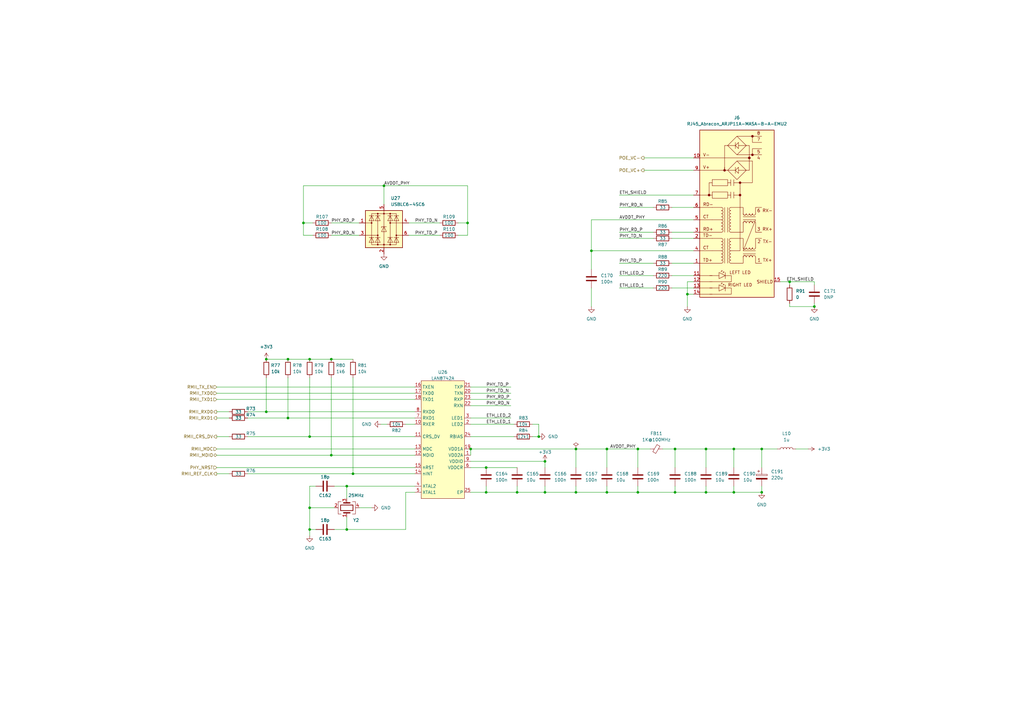
<source format=kicad_sch>
(kicad_sch (version 20230121) (generator eeschema)
  (paper "A3")
  (title_block (title "Kirdy") (date "2022-07-03") (rev "r0.1") (company "M-Labs") (comment 1 "Alex Wong Tat Hang"))
  (lib_symbols
    (symbol "Connector:RJ45_Abracon_ARJP11A-MASA-B-A-EMU2" (pin_names (offset 1.016) hide)
      (property "Reference" "J" (at 0 -38.1 0))
      (property "Value" "RJ45_Abracon_ARJP11A-MASA-B-A-EMU2" (at 0 -35.56 0))
      (symbol "RJ45_Abracon_ARJP11A-MASA-B-A-EMU2_0_0"
        (rectangle (start -15.24 -34.29) (end 15.24 34.29) (stroke (width 0.254)) (fill (type background)))
        (rectangle (start -3.81 8.89) (end -10.16 6.35))
        (polyline (pts (xy -15.24 -33.02) (xy -10.16 -33.02)))
        (polyline (pts (xy -15.24 -30.48) (xy -10.16 -30.48)))
        (polyline (pts (xy -15.24 -27.94) (xy -10.16 -27.94)))
        (polyline (pts (xy -15.24 -25.4) (xy -10.16 -25.4)))
        (polyline (pts (xy -15.24 -20.32) (xy -10.16 -20.32)))
        (polyline (pts (xy -15.24 -15.24) (xy -10.16 -15.24)))
        (polyline (pts (xy -15.24 -10.16) (xy -10.16 -10.16)))
        (polyline (pts (xy -15.24 -7.62) (xy -10.16 -7.62)))
        (polyline (pts (xy -15.24 -2.54) (xy -10.16 -2.54)))
        (polyline (pts (xy -15.24 2.54) (xy -10.16 2.54)))
        (polyline (pts (xy -15.24 22.86) (xy 5.08 22.86)))
        (polyline (pts (xy -11.43 7.62) (xy -15.24 7.62)))
        (polyline (pts (xy -11.176 -25.4) (xy -7.366 -25.4)))
        (polyline (pts (xy -10.16 7.62) (xy -11.43 7.62)))
        (polyline (pts (xy -5.08 17.78) (xy -15.24 17.78)))
        (polyline (pts (xy -5.08 17.78) (xy -3.81 17.78)))
        (polyline (pts (xy -5.08 19.05) (xy -5.08 17.78)))
        (polyline (pts (xy -3.81 7.62) (xy -2.54 7.62)))
        (polyline (pts (xy -3.81 12.7) (xy -2.54 12.7)))
        (polyline (pts (xy -2.54 8.89) (xy -2.54 6.35)))
        (polyline (pts (xy -1.27 8.89) (xy -1.27 6.35)))
        (polyline (pts (xy -1.27 13.97) (xy -1.27 11.43)))
        (polyline (pts (xy 0 21.59) (xy 6.35 21.59)))
        (polyline (pts (xy 0 24.13) (xy 10.16 24.13)))
        (polyline (pts (xy 0 31.75) (xy 10.16 31.75)))
        (polyline (pts (xy 1.27 10.16) (xy 1.27 12.7)))
        (polyline (pts (xy -10.16 12.7) (xy -11.43 12.7) (xy -11.43 7.62)))
        (polyline (pts (xy -3.81 27.94) (xy -5.08 27.94) (xy -5.08 17.78)))
        (polyline (pts (xy -1.27 12.7) (xy 0 12.7) (xy 1.27 12.7)))
        (polyline (pts (xy 1.27 12.7) (xy 6.35 12.7) (xy 6.35 21.59)))
        (polyline (pts (xy 6.35 24.13) (xy 6.35 26.67) (xy 10.16 26.67)))
        (polyline (pts (xy 6.35 31.75) (xy 6.35 29.21) (xy 10.16 29.21)))
        (polyline (pts (xy -4.826 -25.4) (xy -2.286 -25.4) (xy -2.286 -27.94) (xy -11.176 -27.94)))
        (polyline (pts (xy -2.54 -15.24) (xy -1.27 -15.24) (xy 1.27 -15.24) (xy 1.27 10.16)))
        (polyline (pts (xy 3.81 17.78) (xy 5.08 17.78) (xy 5.08 27.94) (xy 3.81 27.94)))
        (polyline (pts (xy -3.81 17.78) (xy 0 13.97) (xy 3.81 17.78) (xy 0 21.59) (xy -3.81 17.78)))
        (circle (center 1.27 7.62) (radius 0.0001) (stroke (width 0.508)))
        (text "1 TX+" (at 11.43 -19.05 0) (effects (font (size 1.27 1.27))))
        (text "2 TX-" (at 11.43 -11.43 0) (effects (font (size 1.27 1.27))))
        (text "3 RX+" (at 11.43 -6.35 0) (effects (font (size 1.27 1.27))))
        (text "4" (at 8.89 22.86 0) (effects (font (size 1.27 1.27))))
        (text "5" (at 8.89 25.4 0) (effects (font (size 1.27 1.27))))
        (text "6 RX-" (at 11.43 1.27 0) (effects (font (size 1.27 1.27))))
        (text "7" (at 8.89 30.48 0) (effects (font (size 1.27 1.27))))
        (text "8" (at 8.89 33.02 0) (effects (font (size 1.27 1.27))))
        (text "CT" (at -13.97 -1.27 0) (effects (font (size 1.27 1.27)) (justify left)))
        (text "LEFT LED" (at 1.27 -24.13 0) (effects (font (size 1.27 1.27))))
        (text "RD-" (at -13.97 3.81 0) (effects (font (size 1.27 1.27)) (justify left)))
        (text "SHIELD" (at 11.43 -27.94 0) (effects (font (size 1.27 1.27))))
        (text "V+" (at -13.97 19.05 0) (effects (font (size 1.27 1.27)) (justify left)))
        (text "V-" (at -13.97 24.13 0) (effects (font (size 1.27 1.27)) (justify left)))
      )
      (symbol "RJ45_Abracon_ARJP11A-MASA-B-A-EMU2_0_1"
        (arc (start -6.35 -16.51) (mid -5.7177 -15.875) (end -6.35 -15.24))
        (arc (start -6.35 -15.24) (mid -5.7177 -14.605) (end -6.35 -13.97))
        (arc (start -6.35 -13.97) (mid -6.35 -13.97) (end -6.35 -13.97))
        (arc (start -6.35 -11.43) (mid -5.7177 -10.795) (end -6.35 -10.16))
        (polyline (pts (xy -6.35 -20.32) (xy -10.16 -20.32)))
        (polyline (pts (xy -6.35 -15.24) (xy -10.16 -15.24)))
        (polyline (pts (xy -6.35 -10.16) (xy -10.16 -10.16)))
        (polyline (pts (xy -6.35 -7.62) (xy -10.16 -7.62)))
        (polyline (pts (xy -6.35 -2.54) (xy -10.16 -2.54)))
        (polyline (pts (xy -6.35 2.54) (xy -10.16 2.54)))
        (polyline (pts (xy -6.096 -28.448) (xy -6.35 -28.448)))
        (polyline (pts (xy -5.334 -28.956) (xy -5.588 -28.956)))
        (polyline (pts (xy -4.826 -24.13) (xy -4.826 -26.67)))
        (polyline (pts (xy -1.27 7.62) (xy 1.27 7.62)))
        (polyline (pts (xy -0.635 17.78) (xy -3.81 17.78)))
        (polyline (pts (xy -0.635 19.05) (xy -0.635 16.51)))
        (polyline (pts (xy 0.635 17.78) (xy 3.81 17.78)))
        (polyline (pts (xy -6.604 -28.956) (xy -6.096 -28.448) (xy -6.096 -28.702)))
        (polyline (pts (xy -5.842 -29.464) (xy -5.334 -28.956) (xy -5.334 -29.21)))
        (polyline (pts (xy -7.366 -24.13) (xy -7.366 -26.67) (xy -4.826 -25.4) (xy -7.366 -24.13)))
        (polyline (pts (xy 0.635 19.05) (xy 0.635 16.51) (xy -0.635 17.78) (xy 0.635 19.05)))
      )
      (symbol "RJ45_Abracon_ARJP11A-MASA-B-A-EMU2_1_1"
        (circle (center -11.43 7.62) (radius 0.0001) (stroke (width 0.508)))
        (arc (start -6.35 -20.32) (mid -5.7177 -19.685) (end -6.35 -19.05))
        (arc (start -6.35 -19.05) (mid -5.7177 -18.415) (end -6.35 -17.78))
        (arc (start -6.35 -17.78) (mid -6.35 -17.78) (end -6.35 -17.78))
        (arc (start -6.35 -17.78) (mid -5.7177 -17.145) (end -6.35 -16.51))
        (arc (start -6.35 -13.97) (mid -5.7177 -13.335) (end -6.35 -12.7))
        (arc (start -6.35 -12.7) (mid -5.7177 -12.065) (end -6.35 -11.43))
        (arc (start -6.35 -7.62) (mid -5.7177 -6.985) (end -6.35 -6.35))
        (arc (start -6.35 -6.35) (mid -5.7177 -5.715) (end -6.35 -5.08))
        (arc (start -6.35 -5.08) (mid -6.35 -5.08) (end -6.35 -5.08))
        (arc (start -6.35 -5.08) (mid -5.7177 -4.445) (end -6.35 -3.81))
        (arc (start -6.35 -3.81) (mid -6.35 -3.81) (end -6.35 -3.81))
        (arc (start -6.35 -3.81) (mid -5.7177 -3.175) (end -6.35 -2.54))
        (arc (start -6.35 -2.54) (mid -5.7177 -1.905) (end -6.35 -1.27))
        (arc (start -6.35 -1.27) (mid -5.7177 -0.635) (end -6.35 0))
        (arc (start -6.35 0) (mid -5.7177 0.635) (end -6.35 1.27))
        (arc (start -6.35 1.27) (mid -6.35 1.27) (end -6.35 1.27))
        (arc (start -6.35 1.27) (mid -5.7177 1.905) (end -6.35 2.54))
        (circle (center -5.08 17.78) (radius 0.0001) (stroke (width 0.508)))
        (rectangle (start -3.81 13.97) (end -10.16 11.43))
        (arc (start -2.54 -19.05) (mid -3.1723 -19.685) (end -2.54 -20.32))
        (arc (start -2.54 -19.05) (mid -2.54 -19.05) (end -2.54 -19.05))
        (arc (start -2.54 -17.78) (mid -3.1723 -18.415) (end -2.54 -19.05))
        (arc (start -2.54 -16.51) (mid -3.1723 -17.145) (end -2.54 -17.78))
        (arc (start -2.54 -15.24) (mid -3.1723 -15.875) (end -2.54 -16.51))
        (arc (start -2.54 -15.24) (mid -2.54 -15.24) (end -2.54 -15.24))
        (arc (start -2.54 -13.97) (mid -3.1723 -14.605) (end -2.54 -15.24))
        (arc (start -2.54 -12.7) (mid -3.1723 -13.335) (end -2.54 -13.97))
        (arc (start -2.54 -11.43) (mid -3.1723 -12.065) (end -2.54 -12.7))
        (arc (start -2.54 -10.16) (mid -3.1723 -10.795) (end -2.54 -11.43))
        (arc (start -2.54 -6.35) (mid -3.1723 -6.985) (end -2.54 -7.62))
        (arc (start -2.54 -6.35) (mid -2.54 -6.35) (end -2.54 -6.35))
        (arc (start -2.54 -5.08) (mid -3.1723 -5.715) (end -2.54 -6.35))
        (arc (start -2.54 -3.81) (mid -3.1723 -4.445) (end -2.54 -5.08))
        (arc (start -2.54 -3.81) (mid -2.54 -3.81) (end -2.54 -3.81))
        (arc (start -2.54 -2.54) (mid -3.1723 -3.175) (end -2.54 -3.81))
        (arc (start -2.54 -1.27) (mid -3.1723 -1.905) (end -2.54 -2.54))
        (arc (start -2.54 0) (mid -3.1723 -0.635) (end -2.54 -1.27))
        (arc (start -2.54 0) (mid -2.54 0) (end -2.54 0))
        (arc (start -2.54 1.27) (mid -3.1723 0.635) (end -2.54 0))
        (arc (start -2.54 2.54) (mid -3.1723 1.905) (end -2.54 1.27))
        (polyline (pts (xy -11.176 -30.48) (xy -7.366 -30.48)))
        (polyline (pts (xy -6.096 -23.368) (xy -6.35 -23.368)))
        (polyline (pts (xy -5.334 -23.876) (xy -5.588 -23.876)))
        (polyline (pts (xy -5.08 -10.16) (xy -5.08 -20.32)))
        (polyline (pts (xy -5.08 2.54) (xy -5.08 -7.62)))
        (polyline (pts (xy -4.826 -29.21) (xy -4.826 -31.75)))
        (polyline (pts (xy -3.81 -20.32) (xy -3.81 -10.16)))
        (polyline (pts (xy -3.81 -7.62) (xy -3.81 2.54)))
        (polyline (pts (xy -2.54 13.97) (xy -2.54 11.43)))
        (polyline (pts (xy -0.635 27.94) (xy -3.81 27.94)))
        (polyline (pts (xy -0.635 29.21) (xy -0.635 26.67)))
        (polyline (pts (xy 0.635 27.94) (xy 3.81 27.94)))
        (polyline (pts (xy 2.54 -16.51) (xy 7.62 -16.51)))
        (polyline (pts (xy 2.54 -15.24) (xy 7.62 -2.54)))
        (polyline (pts (xy 2.54 -2.54) (xy 7.62 -2.54)))
        (polyline (pts (xy 7.62 -15.24) (xy 2.54 -15.24)))
        (polyline (pts (xy 7.62 -1.27) (xy 2.54 -1.27)))
        (polyline (pts (xy -6.604 -23.876) (xy -6.096 -23.368) (xy -6.096 -23.622)))
        (polyline (pts (xy -5.842 -24.384) (xy -5.334 -23.876) (xy -5.334 -24.13)))
        (polyline (pts (xy -2.54 -10.16) (xy 2.54 -10.16) (xy 2.54 -13.97)))
        (polyline (pts (xy -2.54 -7.62) (xy 2.54 -7.62) (xy 2.54 -3.81)))
        (polyline (pts (xy -2.54 2.54) (xy 2.54 2.54) (xy 2.54 0)))
        (polyline (pts (xy 2.54 -17.78) (xy 2.54 -20.32) (xy -2.54 -20.32)))
        (polyline (pts (xy 7.62 -17.78) (xy 7.62 -20.32) (xy 10.16 -20.32)))
        (polyline (pts (xy 7.62 -13.97) (xy 7.62 -10.16) (xy 10.16 -10.16)))
        (polyline (pts (xy 7.62 -3.81) (xy 7.62 -7.62) (xy 10.16 -7.62)))
        (polyline (pts (xy 7.62 0) (xy 7.62 2.54) (xy 10.16 2.54)))
        (polyline (pts (xy -7.366 -29.21) (xy -7.366 -31.75) (xy -4.826 -30.48) (xy -7.366 -29.21)))
        (polyline (pts (xy -4.826 -30.48) (xy -2.286 -30.48) (xy -2.286 -33.02) (xy -11.176 -33.02)))
        (polyline (pts (xy 0.635 29.21) (xy 0.635 26.67) (xy -0.635 27.94) (xy 0.635 29.21)))
        (polyline (pts (xy -3.81 27.94) (xy 0 24.13) (xy 3.81 27.94) (xy 0 31.75) (xy -3.81 27.94)))
        (circle (center 1.27 12.7) (radius 0.0001) (stroke (width 0.508)))
        (arc (start 2.54 -17.78) (mid 2.54 -17.78) (end 2.54 -17.78))
        (arc (start 2.54 -13.97) (mid 3.175 -14.6023) (end 3.81 -13.97))
        (arc (start 2.54 -13.97) (mid 3.175 -14.6023) (end 3.81 -13.97))
        (arc (start 2.54 -3.81) (mid 2.54 -3.81) (end 2.54 -3.81))
        (arc (start 2.54 0) (mid 3.175 -0.6323) (end 3.81 0))
        (arc (start 2.54 0) (mid 3.175 -0.6323) (end 3.81 0))
        (arc (start 3.81 -17.78) (mid 3.175 -17.1477) (end 2.54 -17.78))
        (arc (start 3.81 -17.78) (mid 3.175 -17.1477) (end 2.54 -17.78))
        (arc (start 3.81 -13.97) (mid 3.81 -13.97) (end 3.81 -13.97))
        (arc (start 3.81 -13.97) (mid 4.445 -14.6023) (end 5.08 -13.97))
        (arc (start 3.81 -3.81) (mid 3.175 -3.1777) (end 2.54 -3.81))
        (arc (start 3.81 -3.81) (mid 3.175 -3.1777) (end 2.54 -3.81))
        (arc (start 3.81 0) (mid 3.81 0) (end 3.81 0))
        (arc (start 3.81 0) (mid 4.445 -0.6323) (end 5.08 0))
        (arc (start 5.08 -17.78) (mid 4.445 -17.1477) (end 3.81 -17.78))
        (arc (start 5.08 -17.78) (mid 5.08 -17.78) (end 5.08 -17.78))
        (arc (start 5.08 -13.97) (mid 5.715 -14.6023) (end 6.35 -13.97))
        (arc (start 5.08 -13.97) (mid 5.715 -14.6023) (end 6.35 -13.97))
        (arc (start 5.08 -3.81) (mid 4.445 -3.1777) (end 3.81 -3.81))
        (arc (start 5.08 -3.81) (mid 5.08 -3.81) (end 5.08 -3.81))
        (arc (start 5.08 0) (mid 5.715 -0.6323) (end 6.35 0))
        (arc (start 5.08 0) (mid 5.715 -0.6323) (end 6.35 0))
        (circle (center 5.08 22.86) (radius 0.0001) (stroke (width 0.508)))
        (circle (center 5.08 22.86) (radius 0.0001) (stroke (width 0.508)))
        (arc (start 6.35 -17.78) (mid 5.715 -17.1477) (end 5.08 -17.78))
        (arc (start 6.35 -17.78) (mid 5.715 -17.1477) (end 5.08 -17.78))
        (arc (start 6.35 -13.97) (mid 6.35 -13.97) (end 6.35 -13.97))
        (arc (start 6.35 -13.97) (mid 6.985 -14.6023) (end 7.62 -13.97))
        (arc (start 6.35 -3.81) (mid 5.715 -3.1777) (end 5.08 -3.81))
        (arc (start 6.35 -3.81) (mid 5.715 -3.1777) (end 5.08 -3.81))
        (arc (start 6.35 0) (mid 6.35 0) (end 6.35 0))
        (arc (start 6.35 0) (mid 6.985 -0.6323) (end 7.62 0))
        (circle (center 6.35 24.13) (radius 0.0001) (stroke (width 0.508)))
        (circle (center 6.35 31.75) (radius 0.0001) (stroke (width 0.508)))
        (arc (start 7.62 -17.78) (mid 6.985 -17.1477) (end 6.35 -17.78))
        (arc (start 7.62 -3.81) (mid 6.985 -3.1777) (end 6.35 -3.81))
        (text "CT" (at -13.97 -13.97 0) (effects (font (size 1.27 1.27)) (justify left)))
        (text "RD+" (at -13.97 -6.35 0) (effects (font (size 1.27 1.27)) (justify left)))
        (text "RIGHT LED" (at 1.27 -29.21 0) (effects (font (size 1.27 1.27))))
        (text "TD+" (at -13.97 -19.05 0) (effects (font (size 1.27 1.27)) (justify left)))
        (text "TD-" (at -13.97 -8.89 0) (effects (font (size 1.27 1.27)) (justify left)))
        (pin passive line (at -17.78 -20.32 0) (length 2.54) (name "TD+") (number "1"))
        (pin power_out line (at -17.78 22.86 0) (length 2.54) (name "V-") (number "10"))
        (pin passive line (at -17.78 -25.4 0) (length 2.54) (name "LLED+") (number "11"))
        (pin passive line (at -17.78 -27.94 0) (length 2.54) (name "LLED-") (number "12"))
        (pin passive line (at -17.78 -30.48 0) (length 2.54) (name "RLED+") (number "13"))
        (pin passive line (at -17.78 -33.02 0) (length 2.54) (name "RLED-") (number "14"))
        (pin passive line (at 17.78 -27.94 180) (length 2.54) (name "SHIELD") (number "15"))
        (pin passive line (at -17.78 -10.16 0) (length 2.54) (name "TD-") (number "2"))
        (pin passive line (at -17.78 -7.62 0) (length 2.54) (name "RD+") (number "3"))
        (pin passive line (at -17.78 -15.24 0) (length 2.54) (name "CT") (number "4"))
        (pin passive line (at -17.78 -2.54 0) (length 2.54) (name "CT") (number "5"))
        (pin passive line (at -17.78 2.54 0) (length 2.54) (name "RD-") (number "6"))
        (pin passive line (at -17.78 7.62 0) (length 2.54) (name "7") (number "7"))
        (pin power_out line (at -17.78 17.78 0) (length 2.54) (name "V+") (number "9"))
      )
    )
    (symbol "Device:C" (pin_numbers hide) (pin_names (offset 0.254))
      (property "Reference" "C" (at 0.635 2.54 0))
      (property "Value" "C" (at 0.635 -2.54 0))
      (symbol "C_0_1"
        (polyline (pts (xy -2.032 -0.762) (xy 2.032 -0.762)) (stroke (width 0.508)))
        (polyline (pts (xy -2.032 0.762) (xy 2.032 0.762)) (stroke (width 0.508)))
      )
      (symbol "C_1_1"
        (pin passive line (at 0 3.81 270) (length 2.794) (name "~") (number "1"))
        (pin passive line (at 0 -3.81 90) (length 2.794) (name "~") (number "2"))
      )
    )
    (symbol "Device:C_Polarized" (pin_numbers hide) (pin_names (offset 0.254))
      (property "Reference" "C" (at 0.635 2.54 0))
      (property "Value" "C_Polarized" (at 0.635 -2.54 0))
      (symbol "C_Polarized_0_1"
        (rectangle (start -2.286 0.508) (end 2.286 1.016))
        (polyline (pts (xy -1.778 2.286) (xy -0.762 2.286)))
        (polyline (pts (xy -1.27 2.794) (xy -1.27 1.778)))
        (rectangle (start 2.286 -0.508) (end -2.286 -1.016) (fill (type outline)))
      )
      (symbol "C_Polarized_1_1"
        (pin passive line (at 0 3.81 270) (length 2.794) (name "~") (number "1"))
        (pin passive line (at 0 -3.81 90) (length 2.794) (name "~") (number "2"))
      )
    )
    (symbol "Device:Crystal_GND24" (pin_names (offset 1.016) hide)
      (property "Reference" "Y" (at 3.175 5.08 0))
      (property "Value" "Crystal_GND24" (at 3.175 3.175 0))
      (symbol "Crystal_GND24_0_1"
        (rectangle (start -1.143 2.54) (end 1.143 -2.54) (stroke (width 0.3048)))
        (polyline (pts (xy -2.54 0) (xy -2.032 0)))
        (polyline (pts (xy -2.032 -1.27) (xy -2.032 1.27)) (stroke (width 0.508)))
        (polyline (pts (xy 0 -3.81) (xy 0 -3.556)))
        (polyline (pts (xy 0 3.556) (xy 0 3.81)))
        (polyline (pts (xy 2.032 -1.27) (xy 2.032 1.27)) (stroke (width 0.508)))
        (polyline (pts (xy 2.032 0) (xy 2.54 0)))
        (polyline (pts (xy -2.54 -2.286) (xy -2.54 -3.556) (xy 2.54 -3.556) (xy 2.54 -2.286)))
        (polyline (pts (xy -2.54 2.286) (xy -2.54 3.556) (xy 2.54 3.556) (xy 2.54 2.286)))
      )
      (symbol "Crystal_GND24_1_1"
        (pin passive line (at -3.81 0 0) (length 1.27) (name "1") (number "1"))
        (pin passive line (at 0 5.08 270) (length 1.27) (name "2") (number "2"))
        (pin passive line (at 3.81 0 180) (length 1.27) (name "3") (number "3"))
        (pin passive line (at 0 -5.08 90) (length 1.27) (name "4") (number "4"))
      )
    )
    (symbol "Device:FerriteBead_Small" (pin_numbers hide) (pin_names (offset 0))
      (property "Reference" "FB" (at 1.905 1.27 0))
      (property "Value" "FerriteBead_Small" (at 1.905 -1.27 0))
      (symbol "FerriteBead_Small_0_1"
        (polyline (pts (xy 0 -1.27) (xy 0 -0.7874)))
        (polyline (pts (xy 0 0.889) (xy 0 1.2954)))
        (polyline (pts (xy -1.8288 0.2794) (xy -1.1176 1.4986) (xy 1.8288 -0.2032) (xy 1.1176 -1.4224) (xy -1.8288 0.2794)))
      )
      (symbol "FerriteBead_Small_1_1"
        (pin passive line (at 0 2.54 270) (length 1.27) (name "~") (number "1"))
        (pin passive line (at 0 -2.54 90) (length 1.27) (name "~") (number "2"))
      )
    )
    (symbol "Device:L" (pin_numbers hide) (pin_names (offset 1.016) hide)
      (property "Reference" "L" (at -1.27 0 90))
      (property "Value" "L" (at 1.905 0 90))
      (symbol "L_0_1"
        (arc (start 0 -2.54) (mid 0.6323 -1.905) (end 0 -1.27))
        (arc (start 0 -1.27) (mid 0.6323 -0.635) (end 0 0))
        (arc (start 0 0) (mid 0.6323 0.635) (end 0 1.27))
        (arc (start 0 1.27) (mid 0.6323 1.905) (end 0 2.54))
      )
      (symbol "L_1_1"
        (pin passive line (at 0 3.81 270) (length 1.27) (name "1") (number "1"))
        (pin passive line (at 0 -3.81 90) (length 1.27) (name "2") (number "2"))
      )
    )
    (symbol "Device:R" (pin_numbers hide) (pin_names (offset 0))
      (property "Reference" "R" (at 2.032 0 90))
      (property "Value" "R" (at 0 0 90))
      (symbol "R_0_1"
        (rectangle (start -1.016 -2.54) (end 1.016 2.54) (stroke (width 0.254)))
      )
      (symbol "R_1_1"
        (pin passive line (at 0 3.81 270) (length 1.27) (name "~") (number "1"))
        (pin passive line (at 0 -3.81 90) (length 1.27) (name "~") (number "2"))
      )
    )
    (symbol "Power_Protection:USBLC6-4SC6" (pin_names hide)
      (property "Reference" "U" (at 2.54 8.89 0))
      (property "Value" "USBLC6-4SC6" (at 2.54 -8.89 0))
      (symbol "USBLC6-4SC6_0_1"
        (rectangle (start -7.62 -7.62) (end 7.62 7.62) (stroke (width 0.254)) (fill (type background)))
        (circle (center -5.08 2.54) (radius 0.254) (fill (type outline)))
        (circle (center -2.54 -6.35) (radius 0.254) (fill (type outline)))
        (circle (center -2.54 -2.54) (radius 0.254) (fill (type outline)))
        (circle (center -2.54 6.35) (radius 0.254) (fill (type outline)))
        (rectangle (start -2.54 6.35) (end 2.54 -6.35))
        (circle (center 0 -6.35) (radius 0.254) (fill (type outline)))
        (polyline (pts (xy -5.08 2.54) (xy -7.62 2.54)))
        (polyline (pts (xy -4.064 -3.429) (xy -6.096 -3.429)))
        (polyline (pts (xy -4.064 5.461) (xy -6.096 5.461)))
        (polyline (pts (xy -2.54 -2.54) (xy -7.62 -2.54)))
        (polyline (pts (xy -1.524 -3.429) (xy -3.556 -3.429)))
        (polyline (pts (xy -1.524 5.461) (xy -3.556 5.461)))
        (polyline (pts (xy 0 -7.62) (xy 0 -6.35)))
        (polyline (pts (xy 0 -6.35) (xy 0 1.27)))
        (polyline (pts (xy 0 1.27) (xy 0 6.35)))
        (polyline (pts (xy 0 6.35) (xy 0 7.62)))
        (polyline (pts (xy 1.524 -3.429) (xy 3.556 -3.429)))
        (polyline (pts (xy 1.524 5.461) (xy 3.556 5.461)))
        (polyline (pts (xy 2.54 2.54) (xy 7.62 2.54)))
        (polyline (pts (xy 4.064 -3.429) (xy 6.096 -3.429)))
        (polyline (pts (xy 4.064 5.461) (xy 6.096 5.461)))
        (polyline (pts (xy 5.08 -2.54) (xy 7.62 -2.54)))
        (polyline (pts (xy -6.096 -5.461) (xy -4.064 -5.461) (xy -5.08 -3.429) (xy -6.096 -5.461)))
        (polyline (pts (xy -6.096 3.429) (xy -4.064 3.429) (xy -5.08 5.461) (xy -6.096 3.429)))
        (polyline (pts (xy -3.556 -5.461) (xy -1.524 -5.461) (xy -2.54 -3.429) (xy -3.556 -5.461)))
        (polyline (pts (xy -3.556 3.429) (xy -1.524 3.429) (xy -2.54 5.461) (xy -3.556 3.429)))
        (polyline (pts (xy -2.54 6.35) (xy -5.08 6.35) (xy -5.08 -6.35) (xy -2.54 -6.35)))
        (polyline (pts (xy -1.016 -1.016) (xy 1.016 -1.016) (xy 0 1.016) (xy -1.016 -1.016)))
        (polyline (pts (xy 1.016 1.016) (xy 0.762 1.016) (xy -1.016 1.016) (xy -1.016 0.508)))
        (polyline (pts (xy 2.54 6.35) (xy 5.08 6.35) (xy 5.08 -6.35) (xy 2.54 -6.35)))
        (polyline (pts (xy 3.556 -5.461) (xy 1.524 -5.461) (xy 2.54 -3.429) (xy 3.556 -5.461)))
        (polyline (pts (xy 3.556 3.429) (xy 1.524 3.429) (xy 2.54 5.461) (xy 3.556 3.429)))
        (polyline (pts (xy 6.096 -5.461) (xy 4.064 -5.461) (xy 5.08 -3.429) (xy 6.096 -5.461)))
        (polyline (pts (xy 6.096 3.429) (xy 4.064 3.429) (xy 5.08 5.461) (xy 6.096 3.429)))
        (circle (center 0 6.35) (radius 0.254) (fill (type outline)))
        (circle (center 2.54 -6.35) (radius 0.254) (fill (type outline)))
        (circle (center 2.54 2.54) (radius 0.254) (fill (type outline)))
        (circle (center 2.54 6.35) (radius 0.254) (fill (type outline)))
        (circle (center 5.08 -2.54) (radius 0.254) (fill (type outline)))
      )
      (symbol "USBLC6-4SC6_1_1"
        (pin passive line (at -10.16 2.54 0) (length 2.54) (name "I/O1") (number "1"))
        (pin passive line (at 0 -10.16 90) (length 2.54) (name "GND") (number "2"))
        (pin passive line (at -10.16 -2.54 0) (length 2.54) (name "I/O2") (number "3"))
        (pin passive line (at 10.16 2.54 180) (length 2.54) (name "I/O3") (number "4"))
        (pin passive line (at 0 10.16 270) (length 2.54) (name "VBUS") (number "5"))
        (pin passive line (at 10.16 -2.54 180) (length 2.54) (name "I/O4") (number "6"))
      )
    )
    (symbol "kirdy:LAN8742A"
      (property "Reference" "U" (at 0 -30.48 0))
      (property "Value" "LAN8742A" (at 0 -27.94 0))
      (symbol "LAN8742A_0_0"
        (pin power_in line (at 10.16 -7.62 180) (length 2.54) (name "VDD2A") (number "1"))
        (pin bidirectional line (at -12.7 5.08 0) (length 2.54) (name "RXER") (number "10"))
        (pin output line (at -12.7 0 0) (length 2.54) (name "CRS_DV") (number "11"))
        (pin bidirectional line (at -12.7 -7.62 0) (length 2.54) (name "MDIO") (number "12"))
        (pin input line (at -12.7 -5.08 0) (length 2.54) (name "MDC") (number "13"))
        (pin output line (at -12.7 -15.24 0) (length 2.54) (name "nINT") (number "14"))
        (pin input line (at -12.7 -12.7 0) (length 2.54) (name "nRST") (number "15"))
        (pin input line (at -12.7 20.32 0) (length 2.54) (name "TXEN") (number "16"))
        (pin input line (at -12.7 17.78 0) (length 2.54) (name "TXD0") (number "17"))
        (pin input line (at -12.7 15.24 0) (length 2.54) (name "TXD1") (number "18"))
        (pin power_in line (at 10.16 -5.08 180) (length 2.54) (name "VDD1A") (number "19"))
        (pin output line (at 10.16 5.08 180) (length 2.54) (name "LED2") (number "2"))
        (pin bidirectional line (at 10.16 17.78 180) (length 2.54) (name "TXN") (number "20"))
        (pin bidirectional line (at 10.16 20.32 180) (length 2.54) (name "TXP") (number "21"))
        (pin bidirectional line (at 10.16 12.7 180) (length 2.54) (name "RXN") (number "22"))
        (pin bidirectional line (at 10.16 15.24 180) (length 2.54) (name "RXP") (number "23"))
        (pin passive line (at 10.16 0 180) (length 2.54) (name "RBIAS") (number "24"))
        (pin power_in line (at 10.16 -22.86 180) (length 2.54) (name "EP") (number "25"))
        (pin output line (at 10.16 7.62 180) (length 2.54) (name "LED1") (number "3"))
        (pin input line (at -12.7 -20.32 0) (length 2.54) (name "XTAL2") (number "4"))
        (pin input line (at -12.7 -22.86 0) (length 2.54) (name "XTAL1") (number "5"))
        (pin passive line (at 10.16 -12.7 180) (length 2.54) (name "VDDCR") (number "6"))
        (pin output line (at -12.7 7.62 0) (length 2.54) (name "RXD1") (number "7"))
        (pin output line (at -12.7 10.16 0) (length 2.54) (name "RXD0") (number "8"))
        (pin power_in line (at 10.16 -10.16 180) (length 2.54) (name "VDDIO") (number "9"))
      )
      (symbol "LAN8742A_0_1"
        (rectangle (start -10.16 22.86) (end 7.62 -25.4) (fill (type background)))
      )
    )
    (symbol "power:+3V3" (power) (pin_names (offset 0))
      (property "Value" "+3V3" (at 0 3.556 0))
      (symbol "+3V3_0_1"
        (polyline (pts (xy -0.762 1.27) (xy 0 2.54)))
        (polyline (pts (xy 0 0) (xy 0 2.54)))
        (polyline (pts (xy 0 2.54) (xy 0.762 1.27)))
      )
      (symbol "+3V3_1_1"
        (pin power_in line (at 0 0 90) (length 0) hide (name "+3V3") (number "1"))
      )
    )
    (symbol "power:GND" (power) (pin_names (offset 0))
      (property "Value" "GND" (at 0 -3.81 0))
      (symbol "GND_0_1"
        (polyline (pts (xy 0 0) (xy 0 -1.27) (xy 1.27 -1.27) (xy 0 -2.54) (xy -1.27 -1.27) (xy 0 -1.27)))
      )
      (symbol "GND_1_1"
        (pin power_in line (at 0 0 270) (length 0) hide (name "GND") (number "1"))
      )
    )
    (symbol "power:PWR_FLAG" (power) (pin_numbers hide) (pin_names (offset 0) hide)
      (property "Value" "PWR_FLAG" (at 0 3.81 0))
      (symbol "PWR_FLAG_0_0"
        (pin power_out line (at 0 0 90) (length 0) (name "pwr") (number "1"))
      )
      (symbol "PWR_FLAG_0_1"
        (polyline (pts (xy 0 0) (xy 0 1.27) (xy -1.016 1.905) (xy 0 2.54) (xy 1.016 1.905) (xy 0 1.27)))
      )
    )
  )
  (junction (at 312.42 184.15))
  (junction (at 223.52 201.93))
  (junction (at 127 217.17))
  (junction (at 334.01 125.73))
  (junction (at 157.48 76.2))
  (junction (at 109.22 168.91))
  (junction (at 281.94 120.65))
  (junction (at 300.99 201.93))
  (junction (at 135.89 147.32))
  (junction (at 191.77 91.44))
  (junction (at 300.99 184.15))
  (junction (at 236.22 184.15))
  (junction (at 135.89 186.69))
  (junction (at 212.09 201.93))
  (junction (at 248.92 184.15))
  (junction (at 127 147.32))
  (junction (at 109.22 147.32))
  (junction (at 289.56 184.15))
  (junction (at 118.11 171.45))
  (junction (at 144.78 194.31))
  (junction (at 242.57 102.87))
  (junction (at 323.85 115.57))
  (junction (at 312.42 201.93))
  (junction (at 220.98 179.07))
  (junction (at 236.22 201.93))
  (junction (at 276.86 201.93))
  (junction (at 199.39 201.93))
  (junction (at 127 208.28))
  (junction (at 261.62 201.93))
  (junction (at 142.24 217.17))
  (junction (at 199.39 191.77))
  (junction (at 276.86 184.15))
  (junction (at 127 179.07))
  (junction (at 261.62 184.15))
  (junction (at 248.92 201.93))
  (junction (at 223.52 189.23))
  (junction (at 124.46 91.44))
  (junction (at 118.11 147.32))
  (junction (at 142.24 199.39))
  (junction (at 193.04 184.15))
  (junction (at 289.56 201.93))
  (wire (pts (xy 127 147.32) (xy 135.89 147.32)))
  (wire (pts (xy 289.56 184.15) (xy 300.99 184.15)))
  (wire (pts (xy 276.86 184.15) (xy 289.56 184.15)))
  (wire (pts (xy 88.9 186.69) (xy 135.89 186.69)))
  (wire (pts (xy 212.09 199.39) (xy 212.09 201.93)))
  (wire (pts (xy 254 95.25) (xy 267.97 95.25)))
  (wire (pts (xy 275.59 95.25) (xy 284.48 95.25)))
  (wire (pts (xy 323.85 115.57) (xy 323.85 116.84)))
  (wire (pts (xy 191.77 91.44) (xy 187.96 91.44)))
  (wire (pts (xy 124.46 76.2) (xy 157.48 76.2)))
  (wire (pts (xy 236.22 199.39) (xy 236.22 201.93)))
  (wire (pts (xy 193.04 179.07) (xy 210.82 179.07)))
  (wire (pts (xy 220.98 173.99) (xy 220.98 179.07)))
  (wire (pts (xy 191.77 91.44) (xy 191.77 76.2)))
  (wire (pts (xy 193.04 166.37) (xy 209.55 166.37)))
  (wire (pts (xy 88.9 168.91) (xy 93.98 168.91)))
  (wire (pts (xy 191.77 96.52) (xy 187.96 96.52)))
  (wire (pts (xy 236.22 201.93) (xy 248.92 201.93)))
  (wire (pts (xy 320.04 115.57) (xy 323.85 115.57)))
  (wire (pts (xy 109.22 154.94) (xy 109.22 168.91)))
  (wire (pts (xy 88.9 171.45) (xy 93.98 171.45)))
  (wire (pts (xy 135.89 96.52) (xy 147.32 96.52)))
  (wire (pts (xy 242.57 102.87) (xy 284.48 102.87)))
  (wire (pts (xy 127 154.94) (xy 127 179.07)))
  (wire (pts (xy 300.99 199.39) (xy 300.99 201.93)))
  (wire (pts (xy 281.94 115.57) (xy 281.94 120.65)))
  (wire (pts (xy 326.39 184.15) (xy 331.47 184.15)))
  (wire (pts (xy 289.56 201.93) (xy 276.86 201.93)))
  (wire (pts (xy 254 118.11) (xy 267.97 118.11)))
  (wire (pts (xy 127 208.28) (xy 137.16 208.28)))
  (wire (pts (xy 166.37 201.93) (xy 170.18 201.93)))
  (wire (pts (xy 242.57 125.73) (xy 242.57 118.11)))
  (wire (pts (xy 137.16 217.17) (xy 142.24 217.17)))
  (wire (pts (xy 312.42 199.39) (xy 312.42 201.93)))
  (wire (pts (xy 127 208.28) (xy 127 199.39)))
  (wire (pts (xy 323.85 125.73) (xy 334.01 125.73)))
  (wire (pts (xy 312.42 184.15) (xy 312.42 191.77)))
  (wire (pts (xy 135.89 91.44) (xy 147.32 91.44)))
  (wire (pts (xy 199.39 191.77) (xy 212.09 191.77)))
  (wire (pts (xy 142.24 199.39) (xy 170.18 199.39)))
  (wire (pts (xy 275.59 113.03) (xy 284.48 113.03)))
  (wire (pts (xy 144.78 194.31) (xy 170.18 194.31)))
  (wire (pts (xy 193.04 184.15) (xy 193.04 186.69)))
  (wire (pts (xy 147.32 208.28) (xy 152.4 208.28)))
  (wire (pts (xy 261.62 184.15) (xy 261.62 191.77)))
  (wire (pts (xy 264.16 69.85) (xy 284.48 69.85)))
  (wire (pts (xy 199.39 201.93) (xy 212.09 201.93)))
  (wire (pts (xy 289.56 199.39) (xy 289.56 201.93)))
  (wire (pts (xy 223.52 201.93) (xy 236.22 201.93)))
  (wire (pts (xy 118.11 171.45) (xy 170.18 171.45)))
  (wire (pts (xy 248.92 199.39) (xy 248.92 201.93)))
  (wire (pts (xy 88.9 194.31) (xy 93.98 194.31)))
  (wire (pts (xy 101.6 179.07) (xy 127 179.07)))
  (wire (pts (xy 218.44 179.07) (xy 220.98 179.07)))
  (wire (pts (xy 127 219.71) (xy 127 217.17)))
  (wire (pts (xy 261.62 201.93) (xy 261.62 199.39)))
  (wire (pts (xy 254 113.03) (xy 267.97 113.03)))
  (wire (pts (xy 193.04 158.75) (xy 209.55 158.75)))
  (wire (pts (xy 261.62 184.15) (xy 266.7 184.15)))
  (wire (pts (xy 88.9 184.15) (xy 170.18 184.15)))
  (wire (pts (xy 223.52 199.39) (xy 223.52 201.93)))
  (wire (pts (xy 248.92 184.15) (xy 261.62 184.15)))
  (wire (pts (xy 193.04 184.15) (xy 236.22 184.15)))
  (wire (pts (xy 242.57 102.87) (xy 242.57 110.49)))
  (wire (pts (xy 144.78 154.94) (xy 144.78 194.31)))
  (wire (pts (xy 88.9 179.07) (xy 93.98 179.07)))
  (wire (pts (xy 193.04 191.77) (xy 199.39 191.77)))
  (wire (pts (xy 88.9 191.77) (xy 170.18 191.77)))
  (wire (pts (xy 157.48 76.2) (xy 191.77 76.2)))
  (wire (pts (xy 276.86 184.15) (xy 276.86 191.77)))
  (wire (pts (xy 284.48 90.17) (xy 242.57 90.17)))
  (wire (pts (xy 88.9 158.75) (xy 170.18 158.75)))
  (wire (pts (xy 193.04 201.93) (xy 199.39 201.93)))
  (wire (pts (xy 166.37 173.99) (xy 170.18 173.99)))
  (wire (pts (xy 193.04 173.99) (xy 210.82 173.99)))
  (wire (pts (xy 127 217.17) (xy 129.54 217.17)))
  (wire (pts (xy 218.44 173.99) (xy 220.98 173.99)))
  (wire (pts (xy 289.56 184.15) (xy 289.56 191.77)))
  (wire (pts (xy 167.64 91.44) (xy 180.34 91.44)))
  (wire (pts (xy 275.59 85.09) (xy 284.48 85.09)))
  (wire (pts (xy 312.42 201.93) (xy 300.99 201.93)))
  (wire (pts (xy 118.11 147.32) (xy 127 147.32)))
  (wire (pts (xy 167.64 96.52) (xy 180.34 96.52)))
  (wire (pts (xy 127 199.39) (xy 129.54 199.39)))
  (wire (pts (xy 254 80.01) (xy 284.48 80.01)))
  (wire (pts (xy 281.94 125.73) (xy 281.94 120.65)))
  (wire (pts (xy 124.46 91.44) (xy 124.46 96.52)))
  (wire (pts (xy 109.22 168.91) (xy 170.18 168.91)))
  (wire (pts (xy 142.24 217.17) (xy 166.37 217.17)))
  (wire (pts (xy 191.77 91.44) (xy 191.77 96.52)))
  (wire (pts (xy 118.11 154.94) (xy 118.11 171.45)))
  (wire (pts (xy 300.99 201.93) (xy 289.56 201.93)))
  (wire (pts (xy 124.46 91.44) (xy 124.46 76.2)))
  (wire (pts (xy 254 85.09) (xy 267.97 85.09)))
  (wire (pts (xy 276.86 199.39) (xy 276.86 201.93)))
  (wire (pts (xy 127 217.17) (xy 127 208.28)))
  (wire (pts (xy 275.59 118.11) (xy 284.48 118.11)))
  (wire (pts (xy 334.01 115.57) (xy 334.01 116.84)))
  (wire (pts (xy 193.04 189.23) (xy 223.52 189.23)))
  (wire (pts (xy 334.01 124.46) (xy 334.01 125.73)))
  (wire (pts (xy 135.89 186.69) (xy 170.18 186.69)))
  (wire (pts (xy 124.46 91.44) (xy 128.27 91.44)))
  (wire (pts (xy 142.24 204.47) (xy 142.24 199.39)))
  (wire (pts (xy 127 179.07) (xy 170.18 179.07)))
  (wire (pts (xy 300.99 184.15) (xy 300.99 191.77)))
  (wire (pts (xy 236.22 184.15) (xy 236.22 191.77)))
  (wire (pts (xy 88.9 163.83) (xy 170.18 163.83)))
  (wire (pts (xy 124.46 96.52) (xy 128.27 96.52)))
  (wire (pts (xy 276.86 201.93) (xy 261.62 201.93)))
  (wire (pts (xy 248.92 184.15) (xy 248.92 191.77)))
  (wire (pts (xy 135.89 147.32) (xy 144.78 147.32)))
  (wire (pts (xy 142.24 212.09) (xy 142.24 217.17)))
  (wire (pts (xy 275.59 97.79) (xy 284.48 97.79)))
  (wire (pts (xy 300.99 184.15) (xy 312.42 184.15)))
  (wire (pts (xy 166.37 217.17) (xy 166.37 201.93)))
  (wire (pts (xy 193.04 171.45) (xy 209.55 171.45)))
  (wire (pts (xy 271.78 184.15) (xy 276.86 184.15)))
  (wire (pts (xy 312.42 184.15) (xy 318.77 184.15)))
  (wire (pts (xy 101.6 168.91) (xy 109.22 168.91)))
  (wire (pts (xy 254 97.79) (xy 267.97 97.79)))
  (wire (pts (xy 101.6 171.45) (xy 118.11 171.45)))
  (wire (pts (xy 212.09 201.93) (xy 223.52 201.93)))
  (wire (pts (xy 193.04 161.29) (xy 209.55 161.29)))
  (wire (pts (xy 236.22 184.15) (xy 248.92 184.15)))
  (wire (pts (xy 281.94 120.65) (xy 284.48 120.65)))
  (wire (pts (xy 193.04 163.83) (xy 209.55 163.83)))
  (wire (pts (xy 275.59 107.95) (xy 284.48 107.95)))
  (wire (pts (xy 101.6 194.31) (xy 144.78 194.31)))
  (wire (pts (xy 137.16 199.39) (xy 142.24 199.39)))
  (wire (pts (xy 264.16 64.77) (xy 284.48 64.77)))
  (wire (pts (xy 157.48 76.2) (xy 157.48 83.82)))
  (wire (pts (xy 242.57 90.17) (xy 242.57 102.87)))
  (wire (pts (xy 248.92 201.93) (xy 261.62 201.93)))
  (wire (pts (xy 284.48 115.57) (xy 281.94 115.57)))
  (wire (pts (xy 323.85 115.57) (xy 334.01 115.57)))
  (wire (pts (xy 323.85 124.46) (xy 323.85 125.73)))
  (wire (pts (xy 109.22 147.32) (xy 118.11 147.32)))
  (wire (pts (xy 254 107.95) (xy 267.97 107.95)))
  (wire (pts (xy 135.89 154.94) (xy 135.89 186.69)))
  (wire (pts (xy 223.52 189.23) (xy 223.52 191.77)))
  (wire (pts (xy 199.39 199.39) (xy 199.39 201.93)))
  (wire (pts (xy 156.21 173.99) (xy 158.75 173.99)))
  (wire (pts (xy 88.9 161.29) (xy 170.18 161.29)))
  (label "PHY_TD_P" (at 199.39 158.75 0))
  (label "PHY_TD_P" (at 254 107.95 0))
  (label "PHY_RD_N" (at 254 85.09 0))
  (label "AVDDT_PHY" (at 157.48 76.2 0))
  (label "PHY_RD_P" (at 254 95.25 0))
  (label "ETH_SHIELD" (at 254 80.01 0))
  (label "ETH_LED_1" (at 254 118.11 0))
  (label "PHY_TD_N" (at 199.39 161.29 0))
  (label "PHY_RD_P" (at 199.39 163.83 0))
  (label "PHY_TD_N" (at 170.18 91.44 0))
  (label "PHY_TD_N" (at 254 97.79 0))
  (label "PHY_RD_N" (at 199.39 166.37 0))
  (label "ETH_LED_2" (at 199.39 171.45 0))
  (label "PHY_RD_P" (at 135.89 91.44 0))
  (label "AVDDT_PHY" (at 254 90.17 0))
  (label "AVDDT_PHY" (at 250.19 184.15 0))
  (label "ETH_LED_2" (at 254 113.03 0))
  (label "PHY_RD_N" (at 135.89 96.52 0))
  (label "ETH_LED_1" (at 199.39 173.99 0))
  (label "PHY_TD_P" (at 170.18 96.52 0))
  (label "ETH_SHIELD" (at 322.58 115.57 0))
  (hierarchical_label "RMII_MDC" (shape input) (at 88.9 184.15 180))
  (hierarchical_label "RMII_TXD1" (shape input) (at 88.9 163.83 180))
  (hierarchical_label "RMII_RXD1" (shape output) (at 88.9 171.45 180))
  (hierarchical_label "RMII_RXD0" (shape output) (at 88.9 168.91 180))
  (hierarchical_label "RMII_CRS_DV" (shape output) (at 88.9 179.07 180))
  (hierarchical_label "RMII_MDIO" (shape bidirectional) (at 88.9 186.69 180))
  (hierarchical_label "RMII_REF_CLK" (shape output) (at 88.9 194.31 180))
  (hierarchical_label "POE_VC-" (shape output) (at 264.16 64.77 180))
  (hierarchical_label "RMII_TX_EN" (shape input) (at 88.9 158.75 180))
  (hierarchical_label "PHY_NRST" (shape input) (at 88.9 191.77 180))
  (hierarchical_label "POE_VC+" (shape output) (at 264.16 69.85 180))
  (hierarchical_label "RMII_TXD0" (shape input) (at 88.9 161.29 180))
  (symbol (lib_id "Device:C") (at 199.39 195.58 0) (unit 1)
    (property "Reference" "C164" (at 203.2 194.3099 0) (effects (justify left)))
    (property "Value" "100n" (at 203.2 196.8499 0) (effects (justify left)))
    (property "Footprint" "Capacitor_SMD:C_0603_1608Metric" (effects hide))
    (property "MFR_PN" "CL10B104KB8NNWC" (effects hide))
    (property "MFR_PN_ALT" "CL10B104KB8NNNL" (effects hide))
  )
  (symbol (lib_id "Device:C") (at 212.09 195.58 0) (unit 1)
    (property "Reference" "C165" (at 215.9 194.3099 0) (effects (justify left)))
    (property "Value" "10u" (at 215.9 196.8499 0) (effects (justify left)))
    (property "Footprint" "Capacitor_SMD:C_0805_2012Metric" (effects hide))
    (property "MFR_PN" "CL21B106KOQNNNG" (effects hide))
    (property "MFR_PN_ALT" "CL21B106KOQNNNE" (effects hide))
  )
  (symbol (lib_id "Device:C") (at 236.22 195.58 0) (unit 1)
    (property "Reference" "C167" (at 240.03 194.3099 0) (effects (justify left)))
    (property "Value" "100n" (at 240.03 196.8499 0) (effects (justify left)))
    (property "Footprint" "Capacitor_SMD:C_0603_1608Metric" (effects hide))
    (property "MFR_PN" "CL10B104KB8NNWC" (effects hide))
    (property "MFR_PN_ALT" "CL10B104KB8NNNL" (effects hide))
  )
  (symbol (lib_id "power:GND") (at 127 219.71 0) (unit 1)
    (property "Reference" "#PWR0142" (effects hide))
    (property "Value" "GND" (at 127 224.79 0))
  )
  (symbol (lib_id "Device:R") (at 144.78 151.13 180) (unit 1)
    (property "Reference" "R81" (at 148.59 149.86 0))
    (property "Value" "10k" (at 148.59 152.4 0))
    (property "Footprint" "Resistor_SMD:R_0603_1608Metric" (effects hide))
    (property "MFR_PN" "RNCP0603FTD10K0" (effects hide))
    (property "MFR_PN_ALT" "RMCF0603FT10K0" (effects hide))
  )
  (symbol (lib_id "Device:R") (at 214.63 179.07 90) (unit 1)
    (property "Reference" "R84" (at 214.63 176.53 90))
    (property "Value" "12k1" (at 214.63 179.07 90))
    (property "Footprint" "Resistor_SMD:R_0603_1608Metric" (effects hide))
    (property "MFR_PN" "RNCP0603FTD12K1" (effects hide))
    (property "MFR_PN_ALT" "CR0603-FX-1212ELF" (effects hide))
  )
  (symbol (lib_id "Device:R") (at 271.78 118.11 90) (unit 1)
    (property "Reference" "R90" (at 271.78 115.57 90))
    (property "Value" "220" (at 271.78 118.11 90))
    (property "Footprint" "Resistor_SMD:R_0603_1608Metric" (effects hide))
    (property "MFR_PN" "WR06X2200FTL" (effects hide))
    (property "MFR_PN_ALT" "CRGCQ0603F220R" (effects hide))
  )
  (symbol (lib_id "Device:L") (at 322.58 184.15 90) (unit 1)
    (property "Reference" "L10" (at 322.58 177.8 90))
    (property "Value" "1u" (at 322.58 180.34 90))
    (property "Footprint" "Inductor_SMD:L_1008_2520Metric" (effects hide))
    (property "MFR_PN" "DFE252012F-1R0M=P2" (effects hide))
    (property "MFR_PN_ALT" "DFE252012P-1R0M=P2" (effects hide))
  )
  (symbol (lib_id "Device:R") (at 109.22 151.13 180) (unit 1)
    (property "Reference" "R77" (at 113.03 149.86 0))
    (property "Value" "10k" (at 113.03 152.4 0))
    (property "Footprint" "Resistor_SMD:R_0603_1608Metric" (effects hide))
    (property "MFR_PN" "RNCP0603FTD10K0" (effects hide))
    (property "MFR_PN_ALT" "RMCF0603FT10K0" (effects hide))
  )
  (symbol (lib_id "Device:R") (at 162.56 173.99 90) (unit 1)
    (property "Reference" "R82" (at 162.56 176.53 90))
    (property "Value" "10k" (at 162.56 173.99 90))
    (property "Footprint" "Resistor_SMD:R_0603_1608Metric" (effects hide))
    (property "MFR_PN" "RNCP0603FTD10K0" (effects hide))
    (property "MFR_PN_ALT" "RMCF0603FT10K0" (effects hide))
  )
  (symbol (lib_id "Device:R") (at 97.79 194.31 90) (unit 1)
    (property "Reference" "R76" (at 102.87 193.04 90))
    (property "Value" "33" (at 97.79 194.31 90))
    (property "Footprint" "Resistor_SMD:R_0603_1608Metric" (effects hide))
    (property "MFR_PN" "RC0603FR-0733RL" (effects hide))
    (property "MFR_PN_ALT" "CRGCQ0603F33R" (effects hide))
  )
  (symbol (lib_id "power:GND") (at 242.57 125.73 0) (unit 1)
    (property "Reference" "#PWR0149" (effects hide))
    (property "Value" "GND" (at 242.57 130.81 0))
  )
  (symbol (lib_id "power:+3V3") (at 109.22 147.32 0) (unit 1)
    (property "Reference" "#PWR0141" (effects hide))
    (property "Value" "+3V3" (at 109.22 142.24 0))
  )
  (symbol (lib_id "power:GND") (at 281.94 125.73 0) (unit 1)
    (property "Reference" "#PWR0150" (effects hide))
    (property "Value" "GND" (at 281.94 130.81 0))
  )
  (symbol (lib_id "Device:R") (at 132.08 91.44 90) (unit 1)
    (property "Reference" "R107" (at 132.08 88.9 90))
    (property "Value" "100" (at 132.08 91.44 90))
    (property "Footprint" "Resistor_SMD:R_0603_1608Metric" (effects hide))
    (property "MFR_PN" "RT0603FRE07300RL" (effects hide))
    (property "MFR_PN_ALT" "RC0603FR-10300RL" (effects hide))
  )
  (symbol (lib_id "Device:C") (at 334.01 120.65 0) (unit 1)
    (property "Reference" "C171" (at 337.82 119.3799 0) (effects (justify left)))
    (property "Value" "DNP" (at 337.82 121.9199 0) (effects (justify left)))
    (property "Footprint" "Capacitor_SMD:C_1206_3216Metric" (effects hide))
    (property "MFR_PN" "12067C472KAT2A" (effects hide))
    (property "MFR_PN_ALT" "1206B472K501NT" (effects hide))
  )
  (symbol (lib_id "power:GND") (at 156.21 173.99 270) (unit 1)
    (property "Reference" "#PWR0144" (effects hide))
    (property "Value" "GND" (at 152.4 173.9899 90) (effects (justify right)))
  )
  (symbol (lib_id "Device:R") (at 271.78 113.03 90) (unit 1)
    (property "Reference" "R89" (at 271.78 110.49 90))
    (property "Value" "220" (at 271.78 113.03 90))
    (property "Footprint" "Resistor_SMD:R_0603_1608Metric" (effects hide))
    (property "MFR_PN" "WR06X2200FTL" (effects hide))
    (property "MFR_PN_ALT" "CRGCQ0603F220R" (effects hide))
  )
  (symbol (lib_id "power:+3V3") (at 223.52 189.23 0) (unit 1)
    (property "Reference" "#PWR0161" (effects hide))
    (property "Value" "+3V3" (at 223.52 185.42 0))
  )
  (symbol (lib_id "Device:R") (at 271.78 85.09 90) (unit 1)
    (property "Reference" "R85" (at 271.78 82.55 90))
    (property "Value" "33" (at 271.78 85.09 90))
    (property "Footprint" "Resistor_SMD:R_0603_1608Metric" (effects hide))
    (property "MFR_PN" "RC0603FR-0733RL" (effects hide))
    (property "MFR_PN_ALT" "CRGCQ0603F33R" (effects hide))
  )
  (symbol (lib_id "Device:R") (at 271.78 97.79 90) (unit 1)
    (property "Reference" "R87" (at 271.78 100.33 90))
    (property "Value" "33" (at 271.78 97.79 90))
    (property "Footprint" "Resistor_SMD:R_0603_1608Metric" (effects hide))
    (property "MFR_PN" "RC0603FR-0733RL" (effects hide))
    (property "MFR_PN_ALT" "CRGCQ0603F33R" (effects hide))
  )
  (symbol (lib_id "power:+3V3") (at 331.47 184.15 270) (unit 1)
    (property "Reference" "#PWR0148" (effects hide))
    (property "Value" "+3V3" (at 335.28 184.1499 90) (effects (justify left)))
  )
  (symbol (lib_id "Device:R") (at 184.15 96.52 90) (unit 1)
    (property "Reference" "R110" (at 184.15 93.98 90))
    (property "Value" "100" (at 184.15 96.52 90))
    (property "Footprint" "Resistor_SMD:R_0603_1608Metric" (effects hide))
    (property "MFR_PN" "RT0603FRE07300RL" (effects hide))
    (property "MFR_PN_ALT" "RC0603FR-10300RL" (effects hide))
  )
  (symbol (lib_id "Device:R") (at 271.78 95.25 90) (unit 1)
    (property "Reference" "R86" (at 271.78 92.71 90))
    (property "Value" "33" (at 271.78 95.25 90))
    (property "Footprint" "Resistor_SMD:R_0603_1608Metric" (effects hide))
    (property "MFR_PN" "RC0603FR-0733RL" (effects hide))
    (property "MFR_PN_ALT" "CRGCQ0603F33R" (effects hide))
  )
  (symbol (lib_id "kirdy:LAN8742A") (at 182.88 179.07 0) (unit 1)
    (property "Reference" "U26" (at 181.61 152.6372 0))
    (property "Value" "LAN8742A" (at 181.61 155.1741 0))
    (property "Footprint" "Package_DFN_QFN:QFN-24-1EP_4x4mm_P0.5mm_EP2.6x2.6mm" (effects hide))
    (property "Datasheet" "https://ww1.microchip.com/downloads/en/DeviceDoc/8742a.pdf" (effects hide))
    (property "MFR_PN" "LAN8742A-CZ" (effects hide))
    (property "MFR_PN_ALT" "LAN8742AI-CZ" (effects hide))
  )
  (symbol (lib_id "Device:R") (at 323.85 120.65 0) (unit 1)
    (property "Reference" "R91" (at 326.39 119.3799 0) (effects (justify left)))
    (property "Value" "0" (at 326.39 121.9199 0) (effects (justify left)))
    (property "Footprint" "Resistor_SMD:R_0603_1608Metric" (effects hide))
    (property "MFR_PN" "RMCF0603ZT0R00" (effects hide))
    (property "MFR_PN_ALT" "CR0603-J/-000ELF" (effects hide))
  )
  (symbol (lib_id "Device:R") (at 97.79 171.45 90) (unit 1)
    (property "Reference" "R74" (at 102.87 170.18 90))
    (property "Value" "33" (at 97.79 171.45 90))
    (property "Footprint" "Resistor_SMD:R_0603_1608Metric" (effects hide))
    (property "MFR_PN" "RC0603FR-0733RL" (effects hide))
    (property "MFR_PN_ALT" "CRGCQ0603F33R" (effects hide))
  )
  (symbol (lib_id "power:PWR_FLAG") (at 236.22 184.15 0) (unit 1)
    (property "Reference" "#FLG0117" (effects hide))
    (property "Value" "PWR_FLAG" (effects hide))
  )
  (symbol (lib_id "Device:R") (at 97.79 168.91 90) (unit 1)
    (property "Reference" "R73" (at 102.87 167.64 90))
    (property "Value" "33" (at 97.79 168.91 90))
    (property "Footprint" "Resistor_SMD:R_0603_1608Metric" (effects hide))
    (property "MFR_PN" "RC0603FR-0733RL" (effects hide))
    (property "MFR_PN_ALT" "CRGCQ0603F33R" (effects hide))
  )
  (symbol (lib_id "power:GND") (at 220.98 179.07 90) (unit 1)
    (property "Reference" "#PWR0145" (effects hide))
    (property "Value" "GND" (at 224.79 179.0699 90) (effects (justify right)))
  )
  (symbol (lib_id "Device:Crystal_GND24") (at 142.24 208.28 90) (unit 1)
    (property "Reference" "Y2" (at 146.05 213.36 90))
    (property "Value" "25MHz" (at 146.05 203.2 90))
    (property "Footprint" "Crystal:Crystal_SMD_2016-4Pin_2.0x1.6mm" (effects hide))
    (property "MFR_PN" "FA-128 25.0000MF10Z-AC3" (effects hide))
  )
  (symbol (lib_id "Power_Protection:USBLC6-4SC6") (at 157.48 93.98 0) (unit 1)
    (property "Reference" "U27" (at 160.2487 81.28 0) (effects (justify left)))
    (property "Value" "USBLC6-4SC6" (at 160.2487 83.82 0) (effects (justify left)))
    (property "Footprint" "Package_TO_SOT_SMD:SOT-23-6" (effects hide))
    (property "Datasheet" "https://www.st.com/resource/en/datasheet/usblc6-4.pdf" (effects hide))
    (property "MFR_PN" "USBLC6-4SC6Y" (effects hide))
    (property "MFR_PN_ALT" "USBLC6-4SC6" (effects hide))
  )
  (symbol (lib_id "power:GND") (at 312.42 201.93 0) (unit 1)
    (property "Reference" "#PWR0147" (effects hide))
    (property "Value" "GND" (at 312.42 207.01 0))
  )
  (symbol (lib_id "Connector:RJ45_Abracon_ARJP11A-MASA-B-A-EMU2") (at 302.26 87.63 0) (unit 1)
    (property "Reference" "J6" (at 302.26 48.26 0))
    (property "Value" "RJ45_Abracon_ARJP11A-MASA-B-A-EMU2" (at 302.26 50.8 0))
    (property "Footprint" "Connector_RJ:RJ45_Abracon_ARJP11A-MA_Horizontal" (effects hide))
    (property "Datasheet" "https://abracon.com/Magnetics/lan/ARJP11A.PDF" (effects hide))
    (property "MFR_PN" "ARJP11A-MASA-B-A-EMU2" (effects hide))
  )
  (symbol (lib_id "Device:C") (at 276.86 195.58 0) (unit 1)
    (property "Reference" "C188" (at 280.67 194.3099 0) (effects (justify left)))
    (property "Value" "100n" (at 280.67 196.8499 0) (effects (justify left)))
    (property "Footprint" "Capacitor_SMD:C_0603_1608Metric" (effects hide))
    (property "MFR_PN" "CL10B104KB8NNWC" (effects hide))
    (property "MFR_PN_ALT" "CL10B104KB8NNNL" (effects hide))
  )
  (symbol (lib_id "power:GND") (at 152.4 208.28 90) (unit 1)
    (property "Reference" "#PWR0143" (effects hide))
    (property "Value" "GND" (at 156.21 208.2799 90) (effects (justify right)))
  )
  (symbol (lib_id "Device:R") (at 135.89 151.13 180) (unit 1)
    (property "Reference" "R80" (at 139.7 149.86 0))
    (property "Value" "1k6" (at 139.7 152.4 0))
    (property "Footprint" "Resistor_SMD:R_0603_1608Metric" (effects hide))
    (property "MFR_PN" "RT0603FRE071K6L" (effects hide))
    (property "MFR_PN_ALT" "RMCF0603FT1K60" (effects hide))
  )
  (symbol (lib_id "Device:C") (at 248.92 195.58 0) (unit 1)
    (property "Reference" "C168" (at 252.73 194.3099 0) (effects (justify left)))
    (property "Value" "10u" (at 252.73 196.8499 0) (effects (justify left)))
    (property "Footprint" "Capacitor_SMD:C_0805_2012Metric" (effects hide))
    (property "MFR_PN" "CL21B106KOQNNNG" (effects hide))
    (property "MFR_PN_ALT" "CL21B106KOQNNNE" (effects hide))
  )
  (symbol (lib_id "Device:C") (at 242.57 114.3 0) (unit 1)
    (property "Reference" "C170" (at 246.38 113.0299 0) (effects (justify left)))
    (property "Value" "100n" (at 246.38 115.5699 0) (effects (justify left)))
    (property "Footprint" "Capacitor_SMD:C_0603_1608Metric" (effects hide))
    (property "MFR_PN" "CL10B104KB8NNWC" (effects hide))
    (property "MFR_PN_ALT" "CL10B104KB8NNNL" (effects hide))
  )
  (symbol (lib_id "Device:C") (at 300.99 195.58 0) (unit 1)
    (property "Reference" "C190" (at 304.8 194.3099 0) (effects (justify left)))
    (property "Value" "10u" (at 304.8 196.8499 0) (effects (justify left)))
    (property "Footprint" "Capacitor_SMD:C_0805_2012Metric" (effects hide))
    (property "MFR_PN" "CL21B106KOQNNNG" (effects hide))
    (property "MFR_PN_ALT" "CL21B106KOQNNNE" (effects hide))
  )
  (symbol (lib_id "Device:R") (at 118.11 151.13 180) (unit 1)
    (property "Reference" "R78" (at 121.92 149.86 0))
    (property "Value" "10k" (at 121.92 152.4 0))
    (property "Footprint" "Resistor_SMD:R_0603_1608Metric" (effects hide))
    (property "MFR_PN" "RNCP0603FTD10K0" (effects hide))
    (property "MFR_PN_ALT" "RMCF0603FT10K0" (effects hide))
  )
  (symbol (lib_id "Device:R") (at 127 151.13 180) (unit 1)
    (property "Reference" "R79" (at 130.81 149.86 0))
    (property "Value" "10k" (at 130.81 152.4 0))
    (property "Footprint" "Resistor_SMD:R_0603_1608Metric" (effects hide))
    (property "MFR_PN" "RNCP0603FTD10K0" (effects hide))
    (property "MFR_PN_ALT" "RMCF0603FT10K0" (effects hide))
  )
  (symbol (lib_id "Device:R") (at 214.63 173.99 90) (unit 1)
    (property "Reference" "R83" (at 214.63 171.45 90))
    (property "Value" "10k" (at 214.63 173.99 90))
    (property "Footprint" "Resistor_SMD:R_0603_1608Metric" (effects hide))
    (property "MFR_PN" "RNCP0603FTD10K0" (effects hide))
    (property "MFR_PN_ALT" "RMCF0603FT10K0" (effects hide))
  )
  (symbol (lib_id "Device:R") (at 184.15 91.44 90) (unit 1)
    (property "Reference" "R109" (at 184.15 88.9 90))
    (property "Value" "100" (at 184.15 91.44 90))
    (property "Footprint" "Resistor_SMD:R_0603_1608Metric" (effects hide))
    (property "MFR_PN" "RT0603FRE07300RL" (effects hide))
    (property "MFR_PN_ALT" "RC0603FR-10300RL" (effects hide))
  )
  (symbol (lib_id "Device:C") (at 133.35 217.17 90) (unit 1)
    (property "Reference" "C163" (at 133.35 220.98 90))
    (property "Value" "18p" (at 133.35 213.36 90))
    (property "Footprint" "Capacitor_SMD:C_0603_1608Metric" (effects hide))
    (property "MFR_PN" "0603N180J500CT" (effects hide))
    (property "MFR_PN_ALT" "CC0603JPNPO9BN180" (effects hide))
  )
  (symbol (lib_id "Device:C_Polarized") (at 312.42 195.58 0) (unit 1)
    (property "Reference" "C191" (at 316.23 193.4209 0) (effects (justify left)))
    (property "Value" "220u" (at 316.23 195.9609 0) (effects (justify left)))
    (property "Footprint" "Capacitor_Tantalum_SMD:CP_EIA-7343-15_Kemet-W" (effects hide))
    (property "MFR_PN" "T491D227K016AT" (effects hide))
    (property "MFR_PN_ALT" "293D227X9016E2TE3" (effects hide))
  )
  (symbol (lib_id "power:GND") (at 334.01 125.73 0) (unit 1)
    (property "Reference" "#PWR0151" (effects hide))
    (property "Value" "GND" (at 334.01 130.81 0))
  )
  (symbol (lib_id "power:GND") (at 157.48 104.14 0) (unit 1)
    (property "Reference" "#PWR0146" (effects hide))
    (property "Value" "GND" (at 157.48 109.22 0))
  )
  (symbol (lib_id "Device:C") (at 133.35 199.39 90) (unit 1)
    (property "Reference" "C162" (at 133.35 203.2 90))
    (property "Value" "18p" (at 133.35 195.58 90))
    (property "Footprint" "Capacitor_SMD:C_0603_1608Metric" (effects hide))
    (property "MFR_PN" "0603N180J500CT" (effects hide))
    (property "MFR_PN_ALT" "CC0603JPNPO9BN180" (effects hide))
  )
  (symbol (lib_id "Device:C") (at 223.52 195.58 0) (unit 1)
    (property "Reference" "C166" (at 227.33 194.3099 0) (effects (justify left)))
    (property "Value" "100n" (at 227.33 196.8499 0) (effects (justify left)))
    (property "Footprint" "Capacitor_SMD:C_0603_1608Metric" (effects hide))
    (property "MFR_PN" "CL10B104KB8NNWC" (effects hide))
    (property "MFR_PN_ALT" "CL10B104KB8NNNL" (effects hide))
  )
  (symbol (lib_id "Device:FerriteBead_Small") (at 269.24 184.15 90) (unit 1)
    (property "Reference" "FB11" (at 269.2019 177.8 90))
    (property "Value" "1K@100MHz" (at 269.2019 180.34 90))
    (property "Footprint" "Inductor_SMD:L_1210_3225Metric" (effects hide))
    (property "MFR_PN" "FBMH3225HM102NT" (effects hide))
    (property "MFR_PN_ALT" "FBMH3225HM102NTV" (effects hide))
  )
  (symbol (lib_id "Device:C") (at 289.56 195.58 0) (unit 1)
    (property "Reference" "C189" (at 293.37 194.3099 0) (effects (justify left)))
    (property "Value" "10u" (at 293.37 196.8499 0) (effects (justify left)))
    (property "Footprint" "Capacitor_SMD:C_0805_2012Metric" (effects hide))
    (property "MFR_PN" "CL21B106KOQNNNG" (effects hide))
    (property "MFR_PN_ALT" "CL21B106KOQNNNE" (effects hide))
  )
  (symbol (lib_id "Device:R") (at 97.79 179.07 90) (unit 1)
    (property "Reference" "R75" (at 102.87 177.8 90))
    (property "Value" "33" (at 97.79 179.07 90))
    (property "Footprint" "Resistor_SMD:R_0603_1608Metric" (effects hide))
    (property "MFR_PN" "RC0603FR-0733RL" (effects hide))
    (property "MFR_PN_ALT" "CRGCQ0603F33R" (effects hide))
  )
  (symbol (lib_id "Device:R") (at 271.78 107.95 90) (unit 1)
    (property "Reference" "R88" (at 271.78 105.41 90))
    (property "Value" "33" (at 271.78 107.95 90))
    (property "Footprint" "Resistor_SMD:R_0603_1608Metric" (effects hide))
    (property "MFR_PN" "RC0603FR-0733RL" (effects hide))
    (property "MFR_PN_ALT" "CRGCQ0603F33R" (effects hide))
  )
  (symbol (lib_id "Device:R") (at 132.08 96.52 90) (unit 1)
    (property "Reference" "R108" (at 132.08 93.98 90))
    (property "Value" "100" (at 132.08 96.52 90))
    (property "Footprint" "Resistor_SMD:R_0603_1608Metric" (effects hide))
    (property "MFR_PN" "RT0603FRE07300RL" (effects hide))
    (property "MFR_PN_ALT" "RC0603FR-10300RL" (effects hide))
  )
  (symbol (lib_id "Device:C") (at 261.62 195.58 0) (unit 1)
    (property "Reference" "C169" (at 265.43 194.3099 0) (effects (justify left)))
    (property "Value" "100n" (at 265.43 196.8499 0) (effects (justify left)))
    (property "Footprint" "Capacitor_SMD:C_0603_1608Metric" (effects hide))
    (property "MFR_PN" "CL10B104KB8NNWC" (effects hide))
    (property "MFR_PN_ALT" "CL10B104KB8NNNL" (effects hide))
  )
)
</source>
